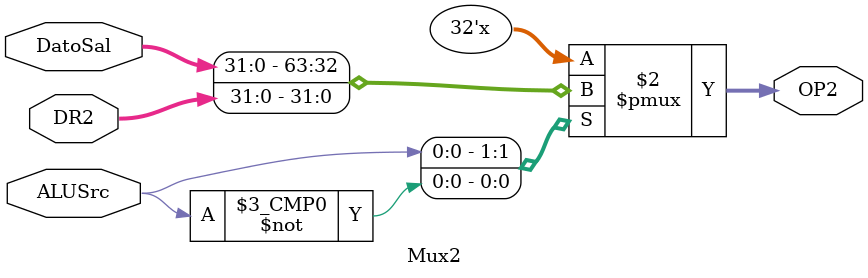
<source format=v>
`timescale 1ns/1ns

module Mux2(
	input ALUSrc,
	input [31:0]DR2, //Data memory
	input [31:0]DatoSal, //Sign-extend

	output reg [31:0]OP2
);

always @*
begin
	case(ALUSrc)
	1'b1:
		begin
		OP2 = DatoSal;
		end
	1'b0:
		begin
		OP2 = DR2;
		end
	endcase
end

endmodule

</source>
